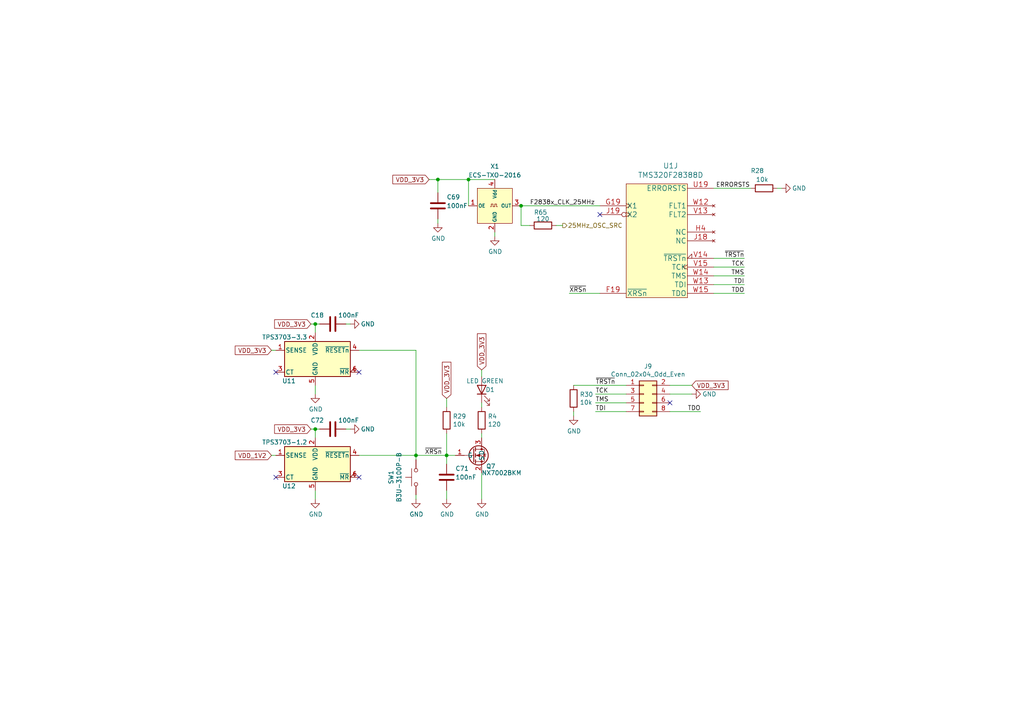
<source format=kicad_sch>
(kicad_sch (version 20211123) (generator eeschema)
  (paper "A4")
  (title_block (title "Open MOtor DRiver Initiative (OMODRI)") (date "2022-10-05") (rev "2.0") (company "LAAS/CNRS"))
  (lib_symbols
    (symbol "Connector_Generic:Conn_02x04_Odd_Even" (pin_names (offset 1.016) hide)
      (property "Reference" "J" (at 1.27 5.08 0))
      (property "Value" "Conn_02x04_Odd_Even" (at 1.27 -7.62 0))
      (symbol "Conn_02x04_Odd_Even_1_1"
        (rectangle (start -1.27 -4.953) (end 0 -5.207) (stroke (width 0.1524)))
        (rectangle (start -1.27 -2.413) (end 0 -2.667) (stroke (width 0.1524)))
        (rectangle (start -1.27 0.127) (end 0 -0.127) (stroke (width 0.1524)))
        (rectangle (start -1.27 2.667) (end 0 2.413) (stroke (width 0.1524)))
        (rectangle (start -1.27 3.81) (end 3.81 -6.35) (stroke (width 0.254)) (fill (type background)))
        (rectangle (start 3.81 -4.953) (end 2.54 -5.207) (stroke (width 0.1524)))
        (rectangle (start 3.81 -2.413) (end 2.54 -2.667) (stroke (width 0.1524)))
        (rectangle (start 3.81 0.127) (end 2.54 -0.127) (stroke (width 0.1524)))
        (rectangle (start 3.81 2.667) (end 2.54 2.413) (stroke (width 0.1524)))
        (pin passive line (at -5.08 2.54 0) (length 3.81) (name "Pin_1") (number "1"))
        (pin passive line (at 7.62 2.54 180) (length 3.81) (name "Pin_2") (number "2"))
        (pin passive line (at -5.08 0 0) (length 3.81) (name "Pin_3") (number "3"))
        (pin passive line (at 7.62 0 180) (length 3.81) (name "Pin_4") (number "4"))
        (pin passive line (at -5.08 -2.54 0) (length 3.81) (name "Pin_5") (number "5"))
        (pin passive line (at 7.62 -2.54 180) (length 3.81) (name "Pin_6") (number "6"))
        (pin passive line (at -5.08 -5.08 0) (length 3.81) (name "Pin_7") (number "7"))
        (pin passive line (at 7.62 -5.08 180) (length 3.81) (name "Pin_8") (number "8"))
      )
    )
    (symbol "Device:C" (pin_numbers hide) (pin_names (offset 0.254))
      (property "Reference" "C" (at 0.635 2.54 0))
      (property "Value" "C" (at 0.635 -2.54 0))
      (symbol "C_0_1"
        (polyline (pts (xy -2.032 -0.762) (xy 2.032 -0.762)) (stroke (width 0.508)))
        (polyline (pts (xy -2.032 0.762) (xy 2.032 0.762)) (stroke (width 0.508)))
      )
      (symbol "C_1_1"
        (pin passive line (at 0 3.81 270) (length 2.794) (name "~") (number "1"))
        (pin passive line (at 0 -3.81 90) (length 2.794) (name "~") (number "2"))
      )
    )
    (symbol "Device:LED" (pin_numbers hide) (pin_names (offset 1.016) hide)
      (property "Reference" "D" (at 0 2.54 0))
      (property "Value" "LED" (at 0 -2.54 0))
      (symbol "LED_0_1"
        (polyline (pts (xy -1.27 -1.27) (xy -1.27 1.27)) (stroke (width 0.254)))
        (polyline (pts (xy -1.27 0) (xy 1.27 0)))
        (polyline (pts (xy 1.27 -1.27) (xy 1.27 1.27) (xy -1.27 0) (xy 1.27 -1.27)) (stroke (width 0.254)))
        (polyline (pts (xy -3.048 -0.762) (xy -4.572 -2.286) (xy -3.81 -2.286) (xy -4.572 -2.286) (xy -4.572 -1.524)))
        (polyline (pts (xy -1.778 -0.762) (xy -3.302 -2.286) (xy -2.54 -2.286) (xy -3.302 -2.286) (xy -3.302 -1.524)))
      )
      (symbol "LED_1_1"
        (pin passive line (at -3.81 0 0) (length 2.54) (name "K") (number "1"))
        (pin passive line (at 3.81 0 180) (length 2.54) (name "A") (number "2"))
      )
    )
    (symbol "Device:R" (pin_numbers hide) (pin_names (offset 0))
      (property "Reference" "R" (at 2.032 0 90))
      (property "Value" "R" (at 0 0 90))
      (symbol "R_0_1"
        (rectangle (start -1.016 -2.54) (end 1.016 2.54) (stroke (width 0.254)))
      )
      (symbol "R_1_1"
        (pin passive line (at 0 3.81 270) (length 1.27) (name "~") (number "1"))
        (pin passive line (at 0 -3.81 90) (length 1.27) (name "~") (number "2"))
      )
    )
    (symbol "Switch:SW_Push" (pin_numbers hide) (pin_names (offset 1.016) hide)
      (property "Reference" "SW" (at 1.27 2.54 0))
      (property "Value" "SW_Push" (at 0 -1.524 0))
      (symbol "SW_Push_0_1"
        (circle (center -2.032 0) (radius 0.508))
        (polyline (pts (xy 0 1.27) (xy 0 3.048)))
        (polyline (pts (xy 2.54 1.27) (xy -2.54 1.27)))
        (circle (center 2.032 0) (radius 0.508))
        (pin passive line (at -5.08 0 0) (length 2.54) (name "1") (number "1"))
        (pin passive line (at 5.08 0 180) (length 2.54) (name "2") (number "2"))
      )
    )
    (symbol "omodri_lib:ECS-TXO-2016" (pin_names (offset 0.254))
      (property "Reference" "X" (at 2.54 8.89 0))
      (property "Value" "ECS-TXO-2016" (at 6.35 6.35 0))
      (symbol "ECS-TXO-2016_0_1"
        (rectangle (start -5.08 5.08) (end 5.08 -5.08) (fill (type background)))
        (polyline (pts (xy -1.27 -0.254) (xy -1.016 -0.254) (xy -1.016 0.508) (xy -0.508 0.508) (xy -0.508 -0.254) (xy 0 -0.254) (xy 0 0.508) (xy 0.508 0.508) (xy 0.508 -0.254) (xy 0.762 -0.254)))
      )
      (symbol "ECS-TXO-2016_1_1"
        (pin input line (at -7.62 0 0) (length 2.54) (name "OE") (number "1"))
        (pin power_in line (at 0 -7.62 90) (length 2.54) (name "GND") (number "2"))
        (pin output line (at 7.62 0 180) (length 2.54) (name "OUT") (number "3"))
        (pin power_in line (at 0 7.62 270) (length 2.54) (name "Vdd") (number "4"))
      )
    )
    (symbol "omodri_lib:NX7002BKM" (pin_names (offset 1.016))
      (property "Reference" "Q" (at 3.81 2.54 0))
      (property "Value" "NX7002BKM" (at 8.89 0 0))
      (symbol "NX7002BKM_1_1"
        (circle (center -0.889 0) (radius 2.794) (stroke (width 0.254)))
        (circle (center 0 -1.778) (radius 0.254) (fill (type outline)))
        (polyline (pts (xy -2.286 0) (xy -5.08 0)))
        (polyline (pts (xy -2.286 1.905) (xy -2.286 -1.905)) (stroke (width 0.254)))
        (polyline (pts (xy -1.778 -1.27) (xy -1.778 -2.286)) (stroke (width 0.254)))
        (polyline (pts (xy -1.778 0.508) (xy -1.778 -0.508)) (stroke (width 0.254)))
        (polyline (pts (xy -1.778 2.286) (xy -1.778 1.27)) (stroke (width 0.254)))
        (polyline (pts (xy 0 2.54) (xy 0 1.778)))
        (polyline (pts (xy 0 -2.54) (xy 0 0) (xy -1.778 0)))
        (polyline (pts (xy -1.778 -1.778) (xy 0.762 -1.778) (xy 0.762 1.778) (xy -1.778 1.778)))
        (polyline (pts (xy -1.524 0) (xy -0.508 0.381) (xy -0.508 -0.381) (xy -1.524 0)) (fill (type outline)))
        (polyline (pts (xy 0.254 0.508) (xy 0.381 0.381) (xy 1.143 0.381) (xy 1.27 0.254)))
        (polyline (pts (xy 0.762 0.381) (xy 0.381 -0.254) (xy 1.143 -0.254) (xy 0.762 0.381)))
        (circle (center 0 1.778) (radius 0.254) (fill (type outline)))
        (pin input line (at -7.62 0 0) (length 2.54) (name "G") (number "1"))
        (pin passive line (at 0 -5.08 90) (length 2.54) (name "S") (number "2"))
        (pin passive line (at 0 5.08 270) (length 2.54) (name "D") (number "3"))
      )
    )
    (symbol "omodri_lib:TMS320F28388D" (pin_names (offset 0.254))
      (property "Reference" "U" (at -8.89 55.88 0))
      (property "Value" "TMS320F28388D" (at -1.27 53.34 0))
      (symbol "TMS320F28388D_1_1"
        (rectangle (start -8.89 49.53) (end 8.89 -46.99) (fill (type background)))
        (pin power_in line (at -16.51 48.26 0) (length 7.62) (name "VSS") (number "A1"))
        (pin power_in line (at -16.51 45.72 0) (length 7.62) (name "VSS") (number "A10"))
        (pin power_in line (at -16.51 43.18 0) (length 7.62) (name "VSS") (number "A19"))
        (pin power_in line (at -16.51 33.02 0) (length 7.62) (name "VSS") (number "E12"))
        (pin power_in line (at -16.51 30.48 0) (length 7.62) (name "VSS") (number "E14"))
        (pin power_in line (at -16.51 27.94 0) (length 7.62) (name "VSS") (number "E15"))
        (pin power_in line (at -16.51 40.64 0) (length 7.62) (name "VSS") (number "E5"))
        (pin power_in line (at -16.51 38.1 0) (length 7.62) (name "VSS") (number "E6"))
        (pin power_in line (at -16.51 35.56 0) (length 7.62) (name "VSS") (number "E8"))
        (pin power_in line (at -16.51 17.78 0) (length 7.62) (name "VSS") (number "F12"))
        (pin power_in line (at -16.51 15.24 0) (length 7.62) (name "VSS") (number "F14"))
        (pin power_in line (at -16.51 12.7 0) (length 7.62) (name "VSS") (number "F15"))
        (pin power_in line (at -16.51 25.4 0) (length 7.62) (name "VSS") (number "F5"))
        (pin power_in line (at -16.51 22.86 0) (length 7.62) (name "VSS") (number "F6"))
        (pin power_in line (at -16.51 20.32 0) (length 7.62) (name "VSS") (number "F8"))
        (pin power_in line (at -16.51 10.16 0) (length 7.62) (name "VSS") (number "G16"))
        (pin power_in line (at -16.51 7.62 0) (length 7.62) (name "VSS") (number "G17"))
        (pin power_in line (at -16.51 0 0) (length 7.62) (name "VSS") (number "H10"))
        (pin power_in line (at -16.51 -2.54 0) (length 7.62) (name "VSS") (number "H11"))
        (pin power_in line (at -16.51 -5.08 0) (length 7.62) (name "VSS") (number "H12"))
        (pin power_in line (at -16.51 -7.62 0) (length 7.62) (name "VSS") (number "H14"))
        (pin power_in line (at -16.51 -10.16 0) (length 7.62) (name "VSS") (number "H15"))
        (pin power_in line (at 16.51 48.26 180) (length 7.62) (name "VSSOSC") (number "H18"))
        (pin power_in line (at 16.51 45.72 180) (length 7.62) (name "VSSOSC") (number "H19"))
        (pin power_in line (at -16.51 5.08 0) (length 7.62) (name "VSS") (number "H8"))
        (pin power_in line (at -16.51 2.54 0) (length 7.62) (name "VSS") (number "H9"))
        (pin power_in line (at -16.51 -22.86 0) (length 7.62) (name "VSS") (number "J10"))
        (pin power_in line (at -16.51 -25.4 0) (length 7.62) (name "VSS") (number "J11"))
        (pin power_in line (at -16.51 -27.94 0) (length 7.62) (name "VSS") (number "J12"))
        (pin power_in line (at -16.51 -12.7 0) (length 7.62) (name "VSS") (number "J5"))
        (pin power_in line (at -16.51 -15.24 0) (length 7.62) (name "VSS") (number "J6"))
        (pin power_in line (at -16.51 -17.78 0) (length 7.62) (name "VSS") (number "J8"))
        (pin power_in line (at -16.51 -20.32 0) (length 7.62) (name "VSS") (number "J9"))
        (pin power_in line (at -16.51 -35.56 0) (length 7.62) (name "VSS") (number "K10"))
        (pin power_in line (at -16.51 -38.1 0) (length 7.62) (name "VSS") (number "K11"))
        (pin power_in line (at -16.51 -40.64 0) (length 7.62) (name "VSS") (number "K12"))
        (pin power_in line (at -16.51 -43.18 0) (length 7.62) (name "VSS") (number "K14"))
        (pin power_in line (at -16.51 -45.72 0) (length 7.62) (name "VSS") (number "K15"))
        (pin power_in line (at -16.51 -30.48 0) (length 7.62) (name "VSS") (number "K8"))
        (pin power_in line (at -16.51 -33.02 0) (length 7.62) (name "VSS") (number "K9"))
        (pin power_in line (at 16.51 17.78 180) (length 7.62) (name "VSS") (number "L10"))
        (pin power_in line (at 16.51 15.24 180) (length 7.62) (name "VSS") (number "L11"))
        (pin power_in line (at 16.51 12.7 180) (length 7.62) (name "VSS") (number "L12"))
        (pin power_in line (at 16.51 10.16 180) (length 7.62) (name "VSS") (number "L18"))
        (pin power_in line (at 16.51 27.94 180) (length 7.62) (name "VSS") (number "L5"))
        (pin power_in line (at 16.51 25.4 180) (length 7.62) (name "VSS") (number "L6"))
        (pin power_in line (at 16.51 22.86 180) (length 7.62) (name "VSS") (number "L8"))
        (pin power_in line (at 16.51 20.32 180) (length 7.62) (name "VSS") (number "L9"))
        (pin power_in line (at 16.51 2.54 180) (length 7.62) (name "VSS") (number "M10"))
        (pin power_in line (at 16.51 0 180) (length 7.62) (name "VSS") (number "M11"))
        (pin power_in line (at 16.51 -2.54 180) (length 7.62) (name "VSS") (number "M12"))
        (pin power_in line (at 16.51 -5.08 180) (length 7.62) (name "VSS") (number "M14"))
        (pin power_in line (at 16.51 -7.62 180) (length 7.62) (name "VSS") (number "M15"))
        (pin power_in line (at 16.51 7.62 180) (length 7.62) (name "VSS") (number "M8"))
        (pin power_in line (at 16.51 5.08 180) (length 7.62) (name "VSS") (number "M9"))
        (pin power_in line (at 16.51 -10.16 180) (length 7.62) (name "VSS") (number "N1"))
        (pin power_in line (at 16.51 -12.7 180) (length 7.62) (name "VSS") (number "N5"))
        (pin power_in line (at 16.51 -15.24 180) (length 7.62) (name "VSS") (number "N6"))
        (pin power_in line (at 16.51 41.91 180) (length 7.62) (name "VSSA") (number "P1"))
        (pin power_in line (at 16.51 -22.86 180) (length 7.62) (name "VSS") (number "P11"))
        (pin power_in line (at 16.51 -25.4 180) (length 7.62) (name "VSS") (number "P12"))
        (pin power_in line (at 16.51 -27.94 180) (length 7.62) (name "VSS") (number "P14"))
        (pin power_in line (at 16.51 -30.48 180) (length 7.62) (name "VSS") (number "P15"))
        (pin power_in line (at 16.51 39.37 180) (length 7.62) (name "VSSA") (number "P5"))
        (pin power_in line (at 16.51 -17.78 180) (length 7.62) (name "VSS") (number "P7"))
        (pin power_in line (at 16.51 -20.32 180) (length 7.62) (name "VSS") (number "P8"))
        (pin power_in line (at 16.51 -38.1 180) (length 7.62) (name "VSS") (number "R14"))
        (pin power_in line (at 16.51 -40.64 180) (length 7.62) (name "VSS") (number "R15"))
        (pin power_in line (at 16.51 36.83 180) (length 7.62) (name "VSSA") (number "R5"))
        (pin power_in line (at 16.51 -33.02 180) (length 7.62) (name "VSS") (number "R7"))
        (pin power_in line (at 16.51 -35.56 180) (length 7.62) (name "VSS") (number "R8"))
        (pin power_in line (at 16.51 34.29 180) (length 7.62) (name "VSSA") (number "V7"))
        (pin power_in line (at 16.51 31.75 180) (length 7.62) (name "VSSA") (number "W1"))
        (pin power_in line (at 16.51 -45.72 180) (length 7.62) (name "VSS") (number "W19"))
        (pin power_in line (at 16.51 -43.18 180) (length 7.62) (name "VSS") (number "W7"))
      )
      (symbol "TMS320F28388D_2_1"
        (rectangle (start -10.16 49.53) (end 10.16 -21.59) (fill (type background)))
        (pin power_in line (at 17.78 45.72 180) (length 7.62) (name "VDDIO") (number "A18"))
        (pin power_in line (at 17.78 48.26 180) (length 7.62) (name "VDDIO") (number "A9"))
        (pin power_in line (at 17.78 43.18 180) (length 7.62) (name "VDDIO") (number "B1"))
        (pin power_in line (at 17.78 38.1 180) (length 7.62) (name "VDDIO") (number "E10"))
        (pin power_in line (at -17.78 45.72 0) (length 7.62) (name "VDD") (number "E11"))
        (pin power_in line (at 17.78 35.56 180) (length 7.62) (name "VDDIO") (number "E13"))
        (pin power_in line (at 17.78 33.02 180) (length 7.62) (name "VDDIO") (number "E16"))
        (pin power_in line (at 17.78 40.64 180) (length 7.62) (name "VDDIO") (number "E7"))
        (pin power_in line (at -17.78 48.26 0) (length 7.62) (name "VDD") (number "E9"))
        (pin power_in line (at 17.78 25.4 180) (length 7.62) (name "VDDIO") (number "F10"))
        (pin power_in line (at -17.78 40.64 0) (length 7.62) (name "VDD") (number "F11"))
        (pin power_in line (at 17.78 22.86 180) (length 7.62) (name "VDDIO") (number "F13"))
        (pin power_in line (at 17.78 20.32 180) (length 7.62) (name "VDDIO") (number "F16"))
        (pin power_in line (at 17.78 30.48 180) (length 7.62) (name "VDDIO") (number "F4"))
        (pin power_in line (at 17.78 27.94 180) (length 7.62) (name "VDDIO") (number "F7"))
        (pin power_in line (at -17.78 43.18 0) (length 7.62) (name "VDD") (number "F9"))
        (pin power_in line (at -17.78 38.1 0) (length 7.62) (name "VDD") (number "G14"))
        (pin power_in line (at -17.78 35.56 0) (length 7.62) (name "VDD") (number "G15"))
        (pin power_in line (at 17.78 17.78 180) (length 7.62) (name "VDDIO") (number "G4"))
        (pin power_in line (at 17.78 15.24 180) (length 7.62) (name "VDDIO") (number "G5"))
        (pin power_in line (at 17.78 12.7 180) (length 7.62) (name "VDDIO") (number "G6"))
        (pin power_in line (at -17.78 -17.78 0) (length 7.62) (name "VDDOSC") (number "H16"))
        (pin power_in line (at -17.78 -20.32 0) (length 7.62) (name "VDDOSC") (number "H17"))
        (pin power_in line (at 17.78 10.16 180) (length 7.62) (name "VDDIO") (number "H5"))
        (pin power_in line (at 17.78 7.62 180) (length 7.62) (name "VDDIO") (number "H6"))
        (pin power_in line (at -17.78 33.02 0) (length 7.62) (name "VDD") (number "J14"))
        (pin power_in line (at -17.78 30.48 0) (length 7.62) (name "VDD") (number "J15"))
        (pin power_in line (at -17.78 27.94 0) (length 7.62) (name "VDD") (number "K5"))
        (pin power_in line (at -17.78 25.4 0) (length 7.62) (name "VDD") (number "K6"))
        (pin power_in line (at 17.78 5.08 180) (length 7.62) (name "VDDIO") (number "L14"))
        (pin power_in line (at 17.78 2.54 180) (length 7.62) (name "VDDIO") (number "L15"))
        (pin power_in line (at 17.78 0 180) (length 7.62) (name "VDDIO") (number "M1"))
        (pin power_in line (at 17.78 -2.54 180) (length 7.62) (name "VDDIO") (number "M5"))
        (pin power_in line (at 17.78 -5.08 180) (length 7.62) (name "VDDIO") (number "M6"))
        (pin power_in line (at 17.78 -7.62 180) (length 7.62) (name "VDDIO") (number "N14"))
        (pin power_in line (at 17.78 -10.16 180) (length 7.62) (name "VDDIO") (number "N15"))
        (pin power_in line (at -17.78 22.86 0) (length 7.62) (name "VDD") (number "P10"))
        (pin power_in line (at -17.78 20.32 0) (length 7.62) (name "VDD") (number "P13"))
        (pin power_in line (at -17.78 10.16 0) (length 7.62) (name "VDDA") (number "P6"))
        (pin power_in line (at 17.78 -12.7 180) (length 7.62) (name "VDDIO") (number "P9"))
        (pin power_in line (at -17.78 17.78 0) (length 7.62) (name "VDD") (number "R10"))
        (pin power_in line (at -17.78 -3.81 0) (length 7.62) (name "VDD3VFL") (number "R11"))
        (pin power_in line (at -17.78 -6.35 0) (length 7.62) (name "VDD3VFL") (number "R12"))
        (pin power_in line (at -17.78 15.24 0) (length 7.62) (name "VDD") (number "R13"))
        (pin power_in line (at -17.78 7.62 0) (length 7.62) (name "VDDA") (number "R6"))
        (pin power_in line (at 17.78 -15.24 180) (length 7.62) (name "VDDIO") (number "R9"))
        (pin power_in line (at 17.78 -17.78 180) (length 7.62) (name "VDDIO") (number "V19"))
        (pin power_in line (at 17.78 -20.32 180) (length 7.62) (name "VDDIO") (number "W8"))
      )
      (symbol "TMS320F28388D_3_1"
        (rectangle (start -11.43 49.53) (end 11.43 -21.59) (fill (type background)))
        (pin power_in line (at -19.05 7.62 0) (length 7.62) (name "VREFLOC") (number "P2"))
        (pin input line (at 19.05 10.16 180) (length 7.62) (name "ADCINC3") (number "P3"))
        (pin input line (at 19.05 5.08 180) (length 7.62) (name "ADCINC5") (number "P4"))
        (pin power_in line (at -19.05 43.18 0) (length 7.62) (name "VREFHIC") (number "R1"))
        (pin power_in line (at -19.05 12.7 0) (length 7.62) (name "VREFLOA") (number "R2"))
        (pin input line (at 19.05 12.7 180) (length 7.62) (name "ADCINC2") (number "R3"))
        (pin input line (at 19.05 7.62 180) (length 7.62) (name "ADCINC4") (number "R4"))
        (pin input line (at 19.05 45.72 180) (length 7.62) (name "ADCINA1") (number "T1"))
        (pin input line (at 19.05 40.64 180) (length 7.62) (name "ADCINA3") (number "T2"))
        (pin input line (at 19.05 35.56 180) (length 7.62) (name "ADCINA5") (number "T3"))
        (pin input line (at 19.05 -17.78 180) (length 7.62) (name "ADCIN14") (number "T4"))
        (pin input line (at 19.05 0 180) (length 7.62) (name "ADCIND0") (number "T5"))
        (pin input line (at 19.05 -5.08 180) (length 7.62) (name "ADCIND2") (number "T6"))
        (pin input line (at 19.05 -10.16 180) (length 7.62) (name "ADCIND4") (number "T7"))
        (pin input line (at 19.05 48.26 180) (length 7.62) (name "ADCINA0") (number "U1"))
        (pin input line (at 19.05 43.18 180) (length 7.62) (name "ADCINA2") (number "U2"))
        (pin input line (at 19.05 38.1 180) (length 7.62) (name "ADCINA4") (number "U3"))
        (pin input line (at 19.05 -20.32 180) (length 7.62) (name "ADCIN15") (number "U4"))
        (pin input line (at 19.05 -2.54 180) (length 7.62) (name "ADCIND1") (number "U5"))
        (pin input line (at 19.05 -7.62 180) (length 7.62) (name "ADCIND3") (number "U6"))
        (pin input line (at 19.05 -12.7 180) (length 7.62) (name "ADCIND5") (number "U7"))
        (pin power_in line (at -19.05 48.26 0) (length 7.62) (name "VREFHIA") (number "V1"))
        (pin input line (at 19.05 30.48 180) (length 7.62) (name "ADCINB0") (number "V2"))
        (pin input line (at 19.05 25.4 180) (length 7.62) (name "ADCINB2") (number "V3"))
        (pin input line (at 19.05 20.32 180) (length 7.62) (name "ADCINB4") (number "V4"))
        (pin power_in line (at -19.05 40.64 0) (length 7.62) (name "VREFHID") (number "V5"))
        (pin power_in line (at -19.05 10.16 0) (length 7.62) (name "VREFLOB") (number "V6"))
        (pin input line (at 19.05 27.94 180) (length 7.62) (name "ADCINB1") (number "W2"))
        (pin input line (at 19.05 22.86 180) (length 7.62) (name "ADCINB3") (number "W3"))
        (pin input line (at 19.05 17.78 180) (length 7.62) (name "ADCINB5") (number "W4"))
        (pin power_in line (at -19.05 45.72 0) (length 7.62) (name "VREFHIB") (number "W5"))
        (pin power_in line (at -19.05 5.08 0) (length 7.62) (name "VREFLOD") (number "W6"))
      )
      (symbol "TMS320F28388D_4_1"
        (rectangle (start -8.89 49.53) (end 8.89 -31.75) (fill (type background)))
        (pin output line (at 16.51 33.02 180) (length 7.62) (name "EPWM4A") (number "A6"))
        (pin output line (at 16.51 43.18 180) (length 7.62) (name "EPWM2A") (number "A7"))
        (pin output line (at 16.51 22.86 180) (length 7.62) (name "EPWM6A") (number "B2"))
        (pin output line (at 16.51 30.48 180) (length 7.62) (name "EPWM4B") (number "B6"))
        (pin output line (at 16.51 40.64 180) (length 7.62) (name "EPWM2B") (number "B7"))
        (pin output line (at 16.51 20.32 180) (length 7.62) (name "EPWM6B") (number "C1"))
        (pin output line (at 16.51 17.78 180) (length 7.62) (name "CANB_TX") (number "C2"))
        (pin output line (at 16.51 38.1 180) (length 7.62) (name "EPWM3A") (number "C7"))
        (pin output line (at 16.51 48.26 180) (length 7.62) (name "EPWM1A") (number "C8"))
        (pin input line (at 16.51 15.24 180) (length 7.62) (name "CANB_RX") (number "D1"))
        (pin passive line (at 16.51 12.7 180) (length 7.62) (name "GPIO14") (number "D2"))
        (pin passive line (at 16.51 10.16 180) (length 7.62) (name "GPIO15") (number "D3"))
        (pin output line (at 16.51 35.56 180) (length 7.62) (name "EPWM3B") (number "D7"))
        (pin output line (at 16.51 45.72 180) (length 7.62) (name "EPWM1B") (number "D8"))
        (pin output line (at 16.51 7.62 180) (length 7.62) (name "SPIA_SIMO") (number "E1"))
        (pin input line (at 16.51 5.08 180) (length 7.62) (name "SPIA_SOMI") (number "E2"))
        (pin output clock (at 16.51 2.54 180) (length 7.62) (name "SPIA_CLK") (number "E3"))
        (pin output output_low (at 16.51 0 180) (length 7.62) (name "~{DRV1_CSn}") (number "E4"))
        (pin input line (at 16.51 -2.54 180) (length 7.62) (name "EQEP1_A") (number "F2"))
        (pin input line (at 16.51 -5.08 180) (length 7.62) (name "EQEP1_B") (number "F3"))
        (pin output line (at 16.51 27.94 180) (length 7.62) (name "EPWM5A") (number "G2"))
        (pin output line (at 16.51 25.4 180) (length 7.62) (name "EPWM5B") (number "G3"))
        (pin passive line (at 16.51 -7.62 180) (length 7.62) (name "GPIO22") (number "J4"))
        (pin input line (at 16.51 -17.78 180) (length 7.62) (name "EQEP2_I") (number "K1"))
        (pin input line (at 16.51 -15.24 180) (length 7.62) (name "EQEP2_B") (number "K2"))
        (pin input line (at 16.51 -12.7 180) (length 7.62) (name "EQEP2_A") (number "K3"))
        (pin input line (at 16.51 -10.16 180) (length 7.62) (name "EQEP1_I") (number "K4"))
        (pin passive line (at 16.51 -20.32 180) (length 7.62) (name "GPIO27") (number "L1"))
        (pin output line (at 16.51 -27.94 180) (length 7.62) (name "DRV2_EN") (number "T11"))
        (pin output output_low (at 16.51 -30.48 180) (length 7.62) (name "~{DRV2_CSn}") (number "U11"))
        (pin passive line (at 16.51 -22.86 180) (length 7.62) (name "GPIO28") (number "V11"))
        (pin passive line (at 16.51 -25.4 180) (length 7.62) (name "GPIO29") (number "W11"))
      )
      (symbol "TMS320F28388D_5_1"
        (rectangle (start -12.7 49.53) (end 8.89 -31.75) (fill (type background)))
        (pin passive line (at 16.51 20.32 180) (length 7.62) (name "USB0DP") (number "C19"))
        (pin passive line (at 16.51 22.86 180) (length 7.62) (name "USB0DM") (number "D19"))
        (pin passive line (at 16.51 10.16 180) (length 7.62) (name "GPIO47") (number "E18"))
        (pin passive line (at 16.51 12.7 180) (length 7.62) (name "GPIO46") (number "E19"))
        (pin passive line (at 16.51 -30.48 180) (length 7.62) (name "GPIO63") (number "J16"))
        (pin passive line (at 16.51 -27.94 180) (length 7.62) (name "GPIO62") (number "J17"))
        (pin passive line (at 16.51 17.78 180) (length 7.62) (name "GPIO44") (number "K18"))
        (pin passive line (at 16.51 15.24 180) (length 7.62) (name "GPIO45") (number "K19"))
        (pin input line (at 16.51 -25.4 180) (length 7.62) (name "SPIB_SOMI") (number "L16"))
        (pin passive line (at 16.51 -20.32 180) (length 7.62) (name "GPIO59") (number "M16"))
        (pin output line (at 16.51 -22.86 180) (length 7.62) (name "SPIB_SIMO") (number "M17"))
        (pin passive line (at 16.51 -12.7 180) (length 7.62) (name "GPIO56") (number "N16"))
        (pin output clock (at 16.51 -17.78 180) (length 7.62) (name "SPIB_CLK") (number "N17"))
        (pin passive line (at 16.51 -15.24 180) (length 7.62) (name "GPIO57") (number "N18"))
        (pin passive line (at 16.51 -2.54 180) (length 7.62) (name "GPIO52") (number "P16"))
        (pin passive line (at 16.51 -5.08 180) (length 7.62) (name "GPIO53") (number "P17"))
        (pin passive line (at 16.51 -7.62 180) (length 7.62) (name "GPIO54") (number "P18"))
        (pin passive line (at 16.51 -10.16 180) (length 7.62) (name "GPIO55") (number "P19"))
        (pin output clock (at 16.51 7.62 180) (length 7.62) (name "ESC_PHY_CLK") (number "R16"))
        (pin output line (at 16.51 5.08 180) (length 7.62) (name "FSITXA_D0") (number "R17"))
        (pin output line (at 16.51 2.54 180) (length 7.62) (name "FSITXA_D1") (number "R18"))
        (pin output clock (at 16.51 0 180) (length 7.62) (name "FSITXA_CLK") (number "R19"))
        (pin passive line (at 16.51 45.72 180) (length 7.62) (name "GPIO33") (number "T13"))
        (pin passive line (at 16.51 40.64 180) (length 7.62) (name "GPIO35") (number "T14"))
        (pin passive line (at 16.51 33.02 180) (length 7.62) (name "GPIO38") (number "T16"))
        (pin passive line (at 16.51 48.26 180) (length 7.62) (name "GPIO32") (number "U13"))
        (pin passive line (at 16.51 43.18 180) (length 7.62) (name "GPIO34") (number "U14"))
        (pin passive line (at 16.51 35.56 180) (length 7.62) (name "GPIO37") (number "U16"))
        (pin passive line (at 16.51 25.4 180) (length 7.62) (name "GPIO41") (number "U17"))
        (pin passive line (at 16.51 38.1 180) (length 7.62) (name "GPIO36") (number "V16"))
        (pin passive line (at 16.51 27.94 180) (length 7.62) (name "GPIO40") (number "V17"))
        (pin passive line (at 16.51 30.48 180) (length 7.62) (name "GPIO39") (number "W17"))
      )
      (symbol "TMS320F28388D_6_1"
        (rectangle (start -20.955 49.53) (end 8.89 -31.75) (fill (type background)))
        (pin passive line (at 16.51 -2.54 180) (length 7.62) (name "BOOT_MODE_0") (number "A11"))
        (pin passive line (at 16.51 5.08 180) (length 7.62) (name "GPIO81") (number "A14"))
        (pin passive line (at 16.51 15.24 180) (length 7.62) (name "GPIO77") (number "A15"))
        (pin passive line (at 16.51 25.4 180) (length 7.62) (name "GPIO73") (number "A16"))
        (pin input line (at 16.51 33.02 180) (length 7.62) (name "SPIC_SOMI") (number "A17"))
        (pin passive line (at 16.51 -27.94 180) (length 7.62) (name "GPIO94") (number "A3"))
        (pin passive line (at 16.51 -22.86 180) (length 7.62) (name "GPIO92") (number "A4"))
        (pin input input_low (at 16.51 -17.78 180) (length 7.62) (name "~{DRV1_FAULTn}") (number "A5"))
        (pin passive line (at 16.51 -5.08 180) (length 7.62) (name "GPIO85") (number "B11"))
        (pin passive line (at 16.51 2.54 180) (length 7.62) (name "GPIO82") (number "B14"))
        (pin passive line (at 16.51 12.7 180) (length 7.62) (name "GPIO78") (number "B15"))
        (pin output output_low (at 16.51 27.94 180) (length 7.62) (name "~{SPIC_STEn}_BOOT_MODE_1") (number "B16"))
        (pin output clock (at 16.51 30.48 180) (length 7.62) (name "SPIC_CLK") (number "B17"))
        (pin output line (at 16.51 35.56 180) (length 7.62) (name "SPIC_SIMO") (number "B18"))
        (pin input line (at 16.51 40.64 180) (length 7.62) (name "USB_VBUS_DETECT") (number "B19"))
        (pin passive line (at 16.51 -30.48 180) (length 7.62) (name "GPIO95") (number "B3"))
        (pin passive line (at 16.51 -25.4 180) (length 7.62) (name "GPIO93") (number "B4"))
        (pin output line (at 16.51 -20.32 180) (length 7.62) (name "SPID_SIMO") (number "B5"))
        (pin passive line (at 16.51 -7.62 180) (length 7.62) (name "GPIO86") (number "C11"))
        (pin passive line (at 16.51 0 180) (length 7.62) (name "GPIO83") (number "C14"))
        (pin passive line (at 16.51 10.16 180) (length 7.62) (name "GPIO79") (number "C15"))
        (pin passive line (at 16.51 17.78 180) (length 7.62) (name "GPIO76") (number "C16"))
        (pin passive line (at 16.51 22.86 180) (length 7.62) (name "GPIO74") (number "C17"))
        (pin input line (at 16.51 38.1 180) (length 7.62) (name "ESC_PHY1_LINKSTATUS") (number "C18"))
        (pin passive line (at 16.51 -12.7 180) (length 7.62) (name "GPIO88") (number "C6"))
        (pin passive line (at 16.51 -10.16 180) (length 7.62) (name "GPIO87") (number "D11"))
        (pin passive line (at 16.51 7.62 180) (length 7.62) (name "GPIO80") (number "D15"))
        (pin passive line (at 16.51 20.32 180) (length 7.62) (name "GPIO75") (number "D16"))
        (pin output line (at 16.51 -15.24 180) (length 7.62) (name "DRV1_EN") (number "D6"))
        (pin passive line (at 16.51 45.72 180) (length 7.62) (name "GPIO65") (number "K16"))
        (pin output output_low (at 16.51 43.18 180) (length 7.62) (name "~{SPIB_STEn}") (number "K17"))
        (pin passive line (at 16.51 48.26 180) (length 7.62) (name "GPIO64") (number "L17"))
      )
      (symbol "TMS320F28388D_7_1"
        (rectangle (start -8.89 49.53) (end 8.89 -31.75) (fill (type background)))
        (pin passive line (at 16.51 45.72 180) (length 7.62) (name "GPIO97") (number "A2"))
        (pin passive line (at 16.51 48.26 180) (length 7.62) (name "GPIO96") (number "C3"))
        (pin passive line (at 16.51 43.18 180) (length 7.62) (name "GPIO98") (number "F1"))
        (pin passive line (at 16.51 40.64 180) (length 7.62) (name "GPIO99") (number "G1"))
        (pin passive line (at 16.51 38.1 180) (length 7.62) (name "GPIO100") (number "H1"))
        (pin passive line (at 16.51 35.56 180) (length 7.62) (name "GPIO101") (number "H2"))
        (pin passive line (at 16.51 33.02 180) (length 7.62) (name "GPIO102") (number "H3"))
        (pin passive line (at 16.51 30.48 180) (length 7.62) (name "GPIO103") (number "J1"))
        (pin passive line (at 16.51 27.94 180) (length 7.62) (name "GPIO104") (number "J2"))
        (pin passive line (at 16.51 25.4 180) (length 7.62) (name "GPIO105") (number "J3"))
        (pin passive line (at 16.51 22.86 180) (length 7.62) (name "GPIO106") (number "L2"))
        (pin passive line (at 16.51 20.32 180) (length 7.62) (name "GPIO107") (number "L3"))
        (pin passive line (at 16.51 17.78 180) (length 7.62) (name "GPIO108") (number "L4"))
        (pin passive line (at 16.51 12.7 180) (length 7.62) (name "GPIO110") (number "M2"))
        (pin passive line (at 16.51 7.62 180) (length 7.62) (name "GPIO112") (number "M3"))
        (pin passive line (at 16.51 10.16 180) (length 7.62) (name "GPIO111") (number "M4"))
        (pin passive line (at 16.51 15.24 180) (length 7.62) (name "GPIO109") (number "N2"))
        (pin passive line (at 16.51 2.54 180) (length 7.62) (name "GPIO114") (number "N3"))
        (pin passive line (at 16.51 5.08 180) (length 7.62) (name "GPIO113") (number "N4"))
        (pin input input_low (at 16.51 -7.62 180) (length 7.62) (name "~{DRV2_FAULTn}") (number "T12"))
        (pin passive line (at 16.51 -10.16 180) (length 7.62) (name "GPIO119") (number "T15"))
        (pin passive line (at 16.51 -17.78 180) (length 7.62) (name "GPIO122") (number "T8"))
        (pin passive line (at 16.51 -25.4 180) (length 7.62) (name "GPIO125") (number "T9"))
        (pin input clock (at 16.51 -5.08 180) (length 7.62) (name "FSIRXC_CLK") (number "U12"))
        (pin passive line (at 16.51 -12.7 180) (length 7.62) (name "GPIO120") (number "U15"))
        (pin passive line (at 16.51 -20.32 180) (length 7.62) (name "GPIO123") (number "U8"))
        (pin passive line (at 16.51 -27.94 180) (length 7.62) (name "GPIO126") (number "U9"))
        (pin input line (at 16.51 0 180) (length 7.62) (name "FSIRXC_D0") (number "V12"))
        (pin passive line (at 16.51 -22.86 180) (length 7.62) (name "GPIO124") (number "V8"))
        (pin passive line (at 16.51 -30.48 180) (length 7.62) (name "GPIO127") (number "V9"))
        (pin input line (at 16.51 -2.54 180) (length 7.62) (name "FSIRXC_D1") (number "W10"))
        (pin passive line (at 16.51 -15.24 180) (length 7.62) (name "GPIO121") (number "W16"))
      )
      (symbol "TMS320F28388D_8_1"
        (rectangle (start -17.145 49.53) (end 8.89 -31.75) (fill (type background)))
        (pin bidirectional line (at 16.51 -15.24 180) (length 7.62) (name "ESC_MDIO_DATA") (number "A12"))
        (pin passive line (at 16.51 -5.08 180) (length 7.62) (name "GPIO149") (number "A13"))
        (pin output clock (at 16.51 -25.4 180) (length 7.62) (name "ESC_TX0_CLK") (number "B10"))
        (pin input line (at 16.51 -17.78 180) (length 7.62) (name "ECAT0_INT") (number "B12"))
        (pin tri_state line (at 16.51 -7.62 180) (length 7.62) (name "ESC_I2C_SDA") (number "B13"))
        (pin output line (at 16.51 -27.94 180) (length 7.62) (name "ESC_TX0_DATA0") (number "C10"))
        (pin output output_low (at 16.51 -20.32 180) (length 7.62) (name "~{ESC_PHY_RESETn}") (number "C12"))
        (pin open_emitter clock (at 16.51 -10.16 180) (length 7.62) (name "ESC_I2C_SCL") (number "C13"))
        (pin output line (at 16.51 -30.48 180) (length 7.62) (name "ESC_TX0_DATA1") (number "D10"))
        (pin output line (at 16.51 -22.86 180) (length 7.62) (name "ESC_TX0_ENA") (number "D12"))
        (pin output clock (at 16.51 -12.7 180) (length 7.62) (name "ESC_MDIO_CLK") (number "D13"))
        (pin input line (at 16.51 -2.54 180) (length 7.62) (name "ESC_PHY0_LINKSTATUS") (number "D14"))
        (pin passive line (at 16.51 0 180) (length 7.62) (name "GPIO147") (number "D17"))
        (pin output line (at 16.51 2.54 180) (length 7.62) (name "ESC_LED_RUN") (number "D18"))
        (pin output line (at 16.51 5.08 180) (length 7.62) (name "ESC_LED_ERR") (number "E17"))
        (pin output line (at 16.51 7.62 180) (length 7.62) (name "ESC_LED_LINK1_ACTIVE") (number "F17"))
        (pin output line (at 16.51 10.16 180) (length 7.62) (name "ESC_LED_LINK0_ACTIVE") (number "F18"))
        (pin passive line (at 16.51 35.56 180) (length 7.62) (name "GPIO133") (number "G18"))
        (pin input line (at 16.51 12.7 180) (length 7.62) (name "ESC_RX1_DATA3") (number "L19"))
        (pin input line (at 16.51 15.24 180) (length 7.62) (name "ESC_RX1_DATA2") (number "M18"))
        (pin input line (at 16.51 17.78 180) (length 7.62) (name "ESC_RX1_DATA1") (number "M19"))
        (pin input line (at 16.51 20.32 180) (length 7.62) (name "ESC_RX1_DATA0") (number "N19"))
        (pin output line (at 16.51 45.72 180) (length 7.62) (name "ESC_TX1_ENA") (number "T10"))
        (pin passive line (at 16.51 27.94 180) (length 7.62) (name "ESC_RX1_DV") (number "T17"))
        (pin output clock (at 16.51 25.4 180) (length 7.62) (name "ESC_RX1_CLK") (number "T18"))
        (pin passive line (at 16.51 22.86 180) (length 7.62) (name "ESC_RX1_ERR") (number "T19"))
        (pin output clock (at 16.51 43.18 180) (length 7.62) (name "ESC_TX1_CLK") (number "U10"))
        (pin output line (at 16.51 30.48 180) (length 7.62) (name "ESC_TX1_DATA3") (number "U18"))
        (pin output line (at 16.51 40.64 180) (length 7.62) (name "ESC_TX1_DATA0") (number "V10"))
        (pin output line (at 16.51 33.02 180) (length 7.62) (name "ESC_TX1_DATA2") (number "V18"))
        (pin output line (at 16.51 38.1 180) (length 7.62) (name "ESC_TX1_DATA1") (number "W18"))
        (pin input line (at 16.51 48.26 180) (length 7.62) (name "ECAT1_INT") (number "W9"))
      )
      (symbol "TMS320F28388D_9_1"
        (rectangle (start -8.89 49.53) (end 8.89 26.67) (fill (type background)))
        (pin output clock (at 16.51 40.64 180) (length 7.62) (name "ESC_RX0_CLK") (number "A8"))
        (pin passive line (at 16.51 38.1 180) (length 7.62) (name "ESC_RX0_ERR") (number "B8"))
        (pin output line (at 16.51 48.26 180) (length 7.62) (name "ESC_TX0_DATA2") (number "B9"))
        (pin input line (at 16.51 30.48 180) (length 7.62) (name "ESC_RX0_DATA2") (number "C4"))
        (pin input line (at 16.51 35.56 180) (length 7.62) (name "ESC_RX0_DATA0") (number "C5"))
        (pin output line (at 16.51 45.72 180) (length 7.62) (name "ESC_TX0_DATA3") (number "C9"))
        (pin input line (at 16.51 27.94 180) (length 7.62) (name "ESC_RX0_DATA3") (number "D4"))
        (pin input line (at 16.51 33.02 180) (length 7.62) (name "ESC_RX0_DATA1") (number "D5"))
        (pin passive line (at 16.51 43.18 180) (length 7.62) (name "ESC_RX0_DV") (number "D9"))
      )
      (symbol "TMS320F28388D_10_1"
        (rectangle (start -8.89 49.53) (end 8.89 16.51) (fill (type background)))
        (pin open_collector line (at -16.51 17.78 0) (length 7.62) (name "~{XRSn}") (number "F19"))
        (pin input clock (at -16.51 43.18 0) (length 7.62) (name "X1") (number "G19"))
        (pin no_connect line (at 16.51 35.56 180) (length 7.62) (name "NC") (number "H4"))
        (pin no_connect line (at 16.51 33.02 180) (length 7.62) (name "NC") (number "J18"))
        (pin output inverted_clock (at -16.51 40.64 0) (length 7.62) (name "X2") (number "J19"))
        (pin open_collector line (at 16.51 48.26 180) (length 7.62) (name "ERRORSTS") (number "U19"))
        (pin no_connect line (at 16.51 40.64 180) (length 7.62) (name "FLT2") (number "V13"))
        (pin input input_low (at 16.51 27.94 180) (length 7.62) (name "~{TRSTn}") (number "V14"))
        (pin input clock (at 16.51 25.4 180) (length 7.62) (name "TCK") (number "V15"))
        (pin no_connect line (at 16.51 43.18 180) (length 7.62) (name "FLT1") (number "W12"))
        (pin input line (at 16.51 20.32 180) (length 7.62) (name "TDI") (number "W13"))
        (pin input line (at 16.51 22.86 180) (length 7.62) (name "TMS") (number "W14"))
        (pin output line (at 16.51 17.78 180) (length 7.62) (name "TDO") (number "W15"))
      )
    )
    (symbol "omodri_lib:TPS3703" (pin_names (offset 0.254))
      (property "Reference" "U" (at -7.62 -6.35 0))
      (property "Value" "TPS3703" (at -6.35 6.35 0))
      (symbol "TPS3703_1_1"
        (rectangle (start -8.89 5.08) (end 10.16 -5.08) (stroke (width 0.254)) (fill (type background)))
        (pin input line (at -11.43 2.54 0) (length 2.54) (name "SENSE") (number "1"))
        (pin power_in line (at 0 7.62 270) (length 2.54) (name "VDD") (number "2"))
        (pin input line (at -11.43 -3.81 0) (length 2.54) (name "CT") (number "3"))
        (pin open_collector line (at 12.7 2.54 180) (length 2.54) (name "~{RESETn}") (number "4"))
        (pin power_in line (at 0 -7.62 90) (length 2.54) (name "GND") (number "5"))
        (pin input input_low (at 12.7 -3.81 180) (length 2.54) (name "~{MR}") (number "6"))
      )
    )
    (symbol "power:GND" (power) (pin_names (offset 0))
      (property "Value" "GND" (at 0 -3.81 0))
      (symbol "GND_0_1"
        (polyline (pts (xy 0 0) (xy 0 -1.27) (xy 1.27 -1.27) (xy 0 -2.54) (xy -1.27 -1.27) (xy 0 -1.27)))
      )
      (symbol "GND_1_1"
        (pin power_in line (at 0 0 270) (length 0) hide (name "GND") (number "1"))
      )
    )
  )
  (junction (at 91.44 93.98))
  (junction (at 127 52.07))
  (junction (at 129.54 132.08))
  (junction (at 135.89 52.07))
  (junction (at 91.44 124.46))
  (junction (at 151.13 59.69))
  (junction (at 120.65 132.08))
  (no_connect (at 173.99 62.23))
  (no_connect (at 80.01 138.43))
  (no_connect (at 194.31 116.84))
  (no_connect (at 104.14 107.95))
  (no_connect (at 80.01 107.95))
  (no_connect (at 104.14 138.43))
  (wire (pts (xy 139.7 125.73) (xy 139.7 127)))
  (wire (pts (xy 91.44 124.46) (xy 91.44 127)))
  (wire (pts (xy 91.44 124.46) (xy 92.71 124.46)))
  (wire (pts (xy 91.44 93.98) (xy 91.44 96.52)))
  (wire (pts (xy 91.44 111.76) (xy 91.44 114.3)))
  (wire (pts (xy 124.46 52.07) (xy 127 52.07)))
  (wire (pts (xy 172.72 116.84) (xy 181.61 116.84)))
  (wire (pts (xy 100.33 124.46) (xy 101.6 124.46)))
  (wire (pts (xy 151.13 59.69) (xy 151.13 65.405)))
  (wire (pts (xy 120.65 101.6) (xy 120.65 132.08)))
  (wire (pts (xy 91.44 142.24) (xy 91.44 144.78)))
  (wire (pts (xy 80.01 132.08) (xy 78.74 132.08)))
  (wire (pts (xy 100.33 93.98) (xy 101.6 93.98)))
  (wire (pts (xy 91.44 93.98) (xy 92.71 93.98)))
  (wire (pts (xy 163.195 65.405) (xy 161.29 65.405)))
  (wire (pts (xy 129.54 125.73) (xy 129.54 132.08)))
  (wire (pts (xy 129.54 142.24) (xy 129.54 144.78)))
  (wire (pts (xy 139.7 137.16) (xy 139.7 144.78)))
  (wire (pts (xy 129.54 132.08) (xy 129.54 134.62)))
  (wire (pts (xy 166.37 120.65) (xy 166.37 119.38)))
  (wire (pts (xy 194.31 119.38) (xy 203.2 119.38)))
  (wire (pts (xy 90.17 93.98) (xy 91.44 93.98)))
  (wire (pts (xy 139.7 109.22) (xy 139.7 107.315)))
  (wire (pts (xy 200.66 111.76) (xy 194.31 111.76)))
  (wire (pts (xy 127 52.07) (xy 135.89 52.07)))
  (wire (pts (xy 153.67 65.405) (xy 151.13 65.405)))
  (wire (pts (xy 200.66 114.3) (xy 194.31 114.3)))
  (wire (pts (xy 217.805 54.61) (xy 207.01 54.61)))
  (wire (pts (xy 127 64.77) (xy 127 63.5)))
  (wire (pts (xy 151.13 59.69) (xy 173.99 59.69)))
  (wire (pts (xy 207.01 74.93) (xy 215.9 74.93)))
  (wire (pts (xy 207.01 82.55) (xy 215.9 82.55)))
  (wire (pts (xy 135.89 52.07) (xy 143.51 52.07)))
  (wire (pts (xy 80.01 101.6) (xy 78.74 101.6)))
  (wire (pts (xy 104.14 132.08) (xy 120.65 132.08)))
  (wire (pts (xy 139.7 116.84) (xy 139.7 118.11)))
  (wire (pts (xy 207.01 77.47) (xy 215.9 77.47)))
  (wire (pts (xy 172.72 114.3) (xy 181.61 114.3)))
  (wire (pts (xy 104.14 101.6) (xy 120.65 101.6)))
  (wire (pts (xy 166.37 111.76) (xy 181.61 111.76)))
  (wire (pts (xy 120.65 132.08) (xy 129.54 132.08)))
  (wire (pts (xy 135.89 59.69) (xy 135.89 52.07)))
  (wire (pts (xy 207.01 80.01) (xy 215.9 80.01)))
  (wire (pts (xy 120.65 133.35) (xy 120.65 132.08)))
  (wire (pts (xy 90.17 124.46) (xy 91.44 124.46)))
  (wire (pts (xy 165.1 85.09) (xy 173.99 85.09)))
  (wire (pts (xy 129.54 118.11) (xy 129.54 115.57)))
  (wire (pts (xy 120.65 144.78) (xy 120.65 143.51)))
  (wire (pts (xy 226.695 54.61) (xy 225.425 54.61)))
  (wire (pts (xy 172.72 119.38) (xy 181.61 119.38)))
  (wire (pts (xy 127 55.88) (xy 127 52.07)))
  (wire (pts (xy 129.54 132.08) (xy 132.08 132.08)))
  (wire (pts (xy 207.01 85.09) (xy 215.9 85.09)))
  (wire (pts (xy 143.51 68.58) (xy 143.51 67.31)))
  (label "TMS" (at 172.72 116.84 0))
  (label "~{XRSn}" (at 165.1 85.09 0))
  (label "TDI" (at 172.72 119.38 0))
  (label "TDO" (at 203.2 119.38 180))
  (label "TMS" (at 215.9 80.01 180))
  (label "TCK" (at 172.72 114.3 0))
  (label "ERRORSTS" (at 207.645 54.61 0))
  (label "~{XRSn}" (at 123.19 132.08 0))
  (label "~{TRSTn}" (at 172.72 111.76 0))
  (label "TDO" (at 215.9 85.09 180))
  (label "F2838x_CLK_25MHz" (at 153.67 59.69 0))
  (label "TDI" (at 215.9 82.55 180))
  (label "TCK" (at 215.9 77.47 180))
  (label "~{TRSTn}" (at 215.9 74.93 180))
  (global_label "VDD_3V3" (shape input) (at 90.17 93.98 180) (property "Références Inter-Feuilles" "${INTERSHEET_REFS}" (effects hide)))
  (global_label "VDD_3V3" (shape input) (at 200.66 111.76 0) (property "Références Inter-Feuilles" "${INTERSHEET_REFS}" (effects hide)))
  (global_label "VDD_3V3" (shape input) (at 139.7 107.315 90) (property "Références Inter-Feuilles" "${INTERSHEET_REFS}" (effects hide)))
  (global_label "VDD_3V3" (shape input) (at 90.17 124.46 180) (property "Références Inter-Feuilles" "${INTERSHEET_REFS}" (effects hide)))
  (global_label "VDD_3V3" (shape input) (at 124.46 52.07 180) (property "Références Inter-Feuilles" "${INTERSHEET_REFS}" (effects hide)))
  (global_label "VDD_1V2" (shape input) (at 78.74 132.08 180) (property "Références Inter-Feuilles" "${INTERSHEET_REFS}" (effects hide)))
  (global_label "VDD_3V3" (shape input) (at 129.54 115.57 90) (property "Références Inter-Feuilles" "${INTERSHEET_REFS}" (effects hide)))
  (global_label "VDD_3V3" (shape input) (at 78.74 101.6 180) (property "Références Inter-Feuilles" "${INTERSHEET_REFS}" (effects hide)))
  (hierarchical_label "25MHz_OSC_SRC" (shape output) (at 163.195 65.405 0))
  (symbol (lib_id "Device:C") (at 127 59.69 0) (unit 1)
    (property "Reference" "C69" (at 129.54 57.15 0) (effects (justify left)))
    (property "Value" "100nF" (at 129.54 59.69 0) (effects (justify left)))
    (property "Footprint" "Capacitor_SMD:C_0201_0603Metric" (effects hide))
    (property "DigiKey" "490-14571-1-ND" (effects hide))
    (property "Farnell" "3790414" (effects hide))
    (property "Mouser" "81-GRM033R61E104KE4J" (effects hide))
    (property "Part No" "GRM033R61E104KE14J" (effects hide))
    (property "RS" "185-2066" (effects hide))
    (property "Rated Voltage" "25V" (effects hide))
  )
  (symbol (lib_id "power:GND") (at 127 64.77 0) (unit 1)
    (property "Reference" "#PWR077" (effects hide))
    (property "Value" "GND" (at 127.127 69.1642 0))
  )
  (symbol (lib_id "power:GND") (at 143.51 68.58 0) (unit 1)
    (property "Reference" "#PWR078" (effects hide))
    (property "Value" "GND" (at 143.637 72.9742 0))
  )
  (symbol (lib_id "Connector_Generic:Conn_02x04_Odd_Even") (at 186.69 114.3 0) (unit 1)
    (property "Reference" "J9" (at 187.96 106.2482 0))
    (property "Value" "Conn_02x04_Odd_Even" (at 187.96 108.5596 0))
    (property "Footprint" "udriver3:PinSocket_2x04_P1.27mm_Vertical" (effects hide))
    (property "DigiKey" "609-3753-ND" (effects hide))
    (property "Farnell" "2892503" (effects hide))
    (property "Mouser" "649-221311-00008T4LF" (effects hide))
    (property "Part No" "20021311-00008T4LF" (effects hide))
  )
  (symbol (lib_id "Device:R") (at 166.37 115.57 0) (unit 1)
    (property "Reference" "R30" (at 168.148 114.4016 0) (effects (justify left)))
    (property "Value" "10k" (at 168.148 116.713 0) (effects (justify left)))
    (property "Footprint" "Resistor_SMD:R_0201_0603Metric" (effects hide))
    (property "DigiKey" "P122414CT-ND" (effects hide))
    (property "Farnell" "2302362" (effects hide))
    (property "Mouser" "667-ERJ-1GNF1002C" (effects hide))
    (property "Part No" "ERJ-1GNF1002C" (effects hide))
    (property "RS" "176-3597" (effects hide))
  )
  (symbol (lib_id "power:GND") (at 166.37 120.65 0) (unit 1)
    (property "Reference" "#PWR082" (effects hide))
    (property "Value" "GND" (at 166.497 125.0442 0))
  )
  (symbol (lib_id "power:GND") (at 200.66 114.3 90) (unit 1)
    (property "Reference" "#PWR080" (effects hide))
    (property "Value" "GND" (at 205.74 114.3 90))
  )
  (symbol (lib_id "omodri_lib:TPS3703") (at 91.44 104.14 0) (unit 1)
    (property "Reference" "U11" (at 83.82 110.49 0))
    (property "Value" "TPS3703-3.3" (at 82.55 97.79 0))
    (property "Footprint" "Package_SON:WSON-6_1.5x1.5mm_P0.5mm" (effects hide))
    (property "Datasheet" "https://www.ti.com/lit/ds/symlink/tps3703.pdf" (effects hide))
    (property "DigiKey" "296-TPS3703A7330DSERQ1CT-ND" (effects hide))
    (property "Mouser" "595-S3703A7330DSERQ1" (effects hide))
    (property "Part No" "TPS3703A7330DSERQ1" (effects hide))
  )
  (symbol (lib_id "power:GND") (at 101.6 93.98 90) (unit 1)
    (property "Reference" "#PWR027" (effects hide))
    (property "Value" "GND" (at 106.68 93.98 90))
  )
  (symbol (lib_id "Device:C") (at 96.52 93.98 90) (unit 1)
    (property "Reference" "C18" (at 93.98 91.44 90) (effects (justify left)))
    (property "Value" "100nF" (at 104.14 91.44 90) (effects (justify left)))
    (property "Footprint" "Capacitor_SMD:C_0201_0603Metric" (effects hide))
    (property "Part No" "GRM033R61E104KE14J" (effects hide))
    (property "Rated Voltage" "25V" (effects hide))
    (property "Farnell" "3790414" (effects hide))
    (property "RS" "185-2066" (effects hide))
    (property "Mouser" "81-GRM033R61E104KE4J" (effects hide))
    (property "DigiKey" "490-14571-1-ND" (effects hide))
  )
  (symbol (lib_id "power:GND") (at 91.44 114.3 0) (unit 1)
    (property "Reference" "#PWR031" (effects hide))
    (property "Value" "GND" (at 91.567 118.6942 0))
  )
  (symbol (lib_id "power:GND") (at 139.7 144.78 0) (unit 1)
    (property "Reference" "#PWR0143" (effects hide))
    (property "Value" "GND" (at 139.827 149.1742 0))
  )
  (symbol (lib_id "Device:R") (at 139.7 121.92 0) (unit 1)
    (property "Reference" "R4" (at 141.478 120.7516 0) (effects (justify left)))
    (property "Value" "120" (at 141.478 123.063 0) (effects (justify left)))
    (property "Footprint" "Resistor_SMD:R_0201_0603Metric" (effects hide))
    (property "DigiKey" "P122692CT-ND" (effects hide))
    (property "Farnell" "2396857" (effects hide))
    (property "Mouser" "667-ERJ-1GNF1200C" (effects hide))
    (property "Part No" "ERJ-1GNF1200C" (effects hide))
  )
  (symbol (lib_id "Device:LED") (at 139.7 113.03 90) (unit 1)
    (property "Reference" "D1" (at 143.51 113.03 90) (effects (justify left)))
    (property "Value" "LED GREEN" (at 146.05 110.49 90) (effects (justify left)))
    (property "Footprint" "LED_SMD:LED_0402_1005Metric" (effects hide))
    (property "DigiKey" "516-3066-1-ND" (effects hide))
    (property "Mouser" "630-HSMG-C280" (effects hide))
    (property "Farnell" "2494322" (effects hide))
    (property "Part No" "HSMG-C280" (effects hide))
    (property "RS" "867-6560" (effects hide))
  )
  (symbol (lib_id "omodri_lib:NX7002BKM") (at 139.7 132.08 0) (unit 1)
    (property "Reference" "Q7" (at 140.97 135.255 0) (effects (justify left)))
    (property "Value" "NX7002BKM" (at 139.7 137.16 0) (effects (justify left)))
    (property "Footprint" "Package_DFN_QFN:Diodes_DFN1006-3" (effects hide))
    (property "Datasheet" "https://assets.nexperia.com/documents/data-sheet/NX7002BKM.pdf" (effects hide))
    (property "DigiKey" "1727-2232-1-ND" (effects hide))
    (property "Farnell" "2498574" (effects hide))
    (property "Mouser" "771-NX7002BKMYL" (effects hide))
    (property "Part No" "NX7002BKMYL" (effects hide))
  )
  (symbol (lib_id "Device:R") (at 157.48 65.405 90) (unit 1)
    (property "Reference" "R65" (at 158.75 61.595 90) (effects (justify left)))
    (property "Value" "120" (at 159.385 63.5 90) (effects (justify left)))
    (property "Footprint" "Resistor_SMD:R_0201_0603Metric" (effects hide))
    (property "DigiKey" "P122692CT-ND" (effects hide))
    (property "Farnell" "2396857" (effects hide))
    (property "Mouser" "667-ERJ-1GNF1200C" (effects hide))
    (property "Part No" "ERJ-1GNF1200C" (effects hide))
  )
  (symbol (lib_id "omodri_lib:TMS320F28388D") (at 190.5 102.87 0) (unit 10)
    (property "Reference" "U1" (at 194.5132 48.0822 0) (effects (font (size 1.524 1.524))))
    (property "Value" "TMS320F28388D" (at 194.5132 50.7746 0) (effects (font (size 1.524 1.524))))
    (property "Footprint" "udriver3:NFBGA_337" (effects hide))
    (property "Datasheet" "https://www.ti.com/lit/ds/symlink/tms320f28388d.pdf" (effects hide))
    (property "DigiKey" " 	296-F28388DZWTS-ND" (effects hide))
    (property "Mouser" "595-F28388DZWTS" (effects hide))
    (property "Part No" "F28388DZWTS" (effects hide))
  )
  (symbol (lib_id "power:GND") (at 120.65 144.78 0) (unit 1)
    (property "Reference" "#PWR084" (effects hide))
    (property "Value" "GND" (at 120.777 149.1742 0))
  )
  (symbol (lib_id "Device:R") (at 129.54 121.92 0) (unit 1)
    (property "Reference" "R29" (at 131.318 120.7516 0) (effects (justify left)))
    (property "Value" "10k" (at 131.318 123.063 0) (effects (justify left)))
    (property "Footprint" "Resistor_SMD:R_0201_0603Metric" (effects hide))
    (property "DigiKey" "P122414CT-ND" (effects hide))
    (property "Farnell" "2302362" (effects hide))
    (property "Mouser" "667-ERJ-1GNF1002C" (effects hide))
    (property "Part No" "ERJ-1GNF1002C" (effects hide))
    (property "RS" "176-3597" (effects hide))
  )
  (symbol (lib_id "Switch:SW_Push") (at 120.65 138.43 90) (unit 1)
    (property "Reference" "SW1" (at 113.411 138.43 0))
    (property "Value" "B3U-3100P-B" (at 115.7224 138.43 0))
    (property "Footprint" "Button_Switch_SMD:SW_SPST_B3U-1000P-B" (effects hide))
    (property "DigiKey" "SW1143TR-ND" (effects hide))
    (property "Farnell" "1333654" (effects hide))
    (property "Mouser" "653-B3U-1000P-B" (effects hide))
    (property "Part No" "B3U-1000P-B" (effects hide))
  )
  (symbol (lib_id "Device:C") (at 129.54 138.43 0) (unit 1)
    (property "Reference" "C71" (at 132.08 135.89 0) (effects (justify left)))
    (property "Value" "100nF" (at 132.08 138.43 0) (effects (justify left)))
    (property "Footprint" "Capacitor_SMD:C_0201_0603Metric" (effects hide))
    (property "DigiKey" "490-14571-1-ND" (effects hide))
    (property "Farnell" "3790414" (effects hide))
    (property "Mouser" "81-GRM033R61E104KE4J" (effects hide))
    (property "Part No" "GRM033R61E104KE14J" (effects hide))
    (property "RS" "185-2066" (effects hide))
    (property "Rated Voltage" "25V" (effects hide))
  )
  (symbol (lib_id "power:GND") (at 129.54 144.78 0) (unit 1)
    (property "Reference" "#PWR085" (effects hide))
    (property "Value" "GND" (at 129.667 149.1742 0))
  )
  (symbol (lib_id "power:GND") (at 226.695 54.61 90) (unit 1)
    (property "Reference" "#PWR076" (effects hide))
    (property "Value" "GND" (at 231.775 54.61 90))
  )
  (symbol (lib_id "Device:R") (at 221.615 54.61 90) (unit 1)
    (property "Reference" "R28" (at 221.615 49.53 90) (effects (justify left)))
    (property "Value" "10k" (at 222.885 52.07 90) (effects (justify left)))
    (property "Footprint" "Resistor_SMD:R_0201_0603Metric" (effects hide))
    (property "DigiKey" "P122414CT-ND" (effects hide))
    (property "Farnell" "2302362" (effects hide))
    (property "Mouser" "667-ERJ-1GNF1002C" (effects hide))
    (property "Part No" "ERJ-1GNF1002C" (effects hide))
    (property "RS" "176-3597" (effects hide))
  )
  (symbol (lib_id "omodri_lib:TPS3703") (at 91.44 134.62 0) (unit 1)
    (property "Reference" "U12" (at 83.82 140.97 0))
    (property "Value" "TPS3703-1.2" (at 82.55 128.27 0))
    (property "Footprint" "Package_SON:WSON-6_1.5x1.5mm_P0.5mm" (effects hide))
    (property "Datasheet" "https://www.ti.com/lit/ds/symlink/tps3703.pdf" (effects hide))
    (property "DigiKey" "296-TPS3703A7120DSERQ1CT-ND" (effects hide))
    (property "Mouser" "595-S3703A7120DSERQ1" (effects hide))
    (property "Part No" "TPS3703A7120DSERQ1" (effects hide))
  )
  (symbol (lib_id "power:GND") (at 101.6 124.46 90) (unit 1)
    (property "Reference" "#PWR083" (effects hide))
    (property "Value" "GND" (at 106.68 124.46 90))
  )
  (symbol (lib_id "Device:C") (at 96.52 124.46 90) (unit 1)
    (property "Reference" "C72" (at 93.98 121.92 90) (effects (justify left)))
    (property "Value" "100nF" (at 104.14 121.92 90) (effects (justify left)))
    (property "Footprint" "Capacitor_SMD:C_0201_0603Metric" (effects hide))
    (property "Part No" "GRM033R61E104KE14J" (effects hide))
    (property "Rated Voltage" "25V" (effects hide))
    (property "Farnell" "3790414" (effects hide))
    (property "RS" "185-2066" (effects hide))
    (property "Mouser" "81-GRM033R61E104KE4J" (effects hide))
    (property "DigiKey" "490-14571-1-ND" (effects hide))
  )
  (symbol (lib_id "power:GND") (at 91.44 144.78 0) (unit 1)
    (property "Reference" "#PWR086" (effects hide))
    (property "Value" "GND" (at 91.567 149.1742 0))
  )
  (symbol (lib_id "omodri_lib:ECS-TXO-2016") (at 143.51 59.69 0) (unit 1)
    (property "Reference" "X1" (at 143.51 48.26 0))
    (property "Value" "ECS-TXO-2016" (at 143.51 50.8 0))
    (property "Footprint" "udriver3:TCXO_SMD_Ecs_TXO-2016-4Pin_2.0x1.6mm" (effects hide))
    (property "Datasheet" "https://ecsxtal.com/store/pdf/ECS-TXO-2016.pdf" (effects hide))
    (property "DigiKey" "XC3163TR-ND" (effects hide))
    (property "Farnell" "4059413" (effects hide))
    (property "Mouser" "520-TXO-2016-33-250T" (effects hide))
    (property "Part No" "ECS-TXO-2016-33-250-TR" (effects hide))
  )
)
</source>
